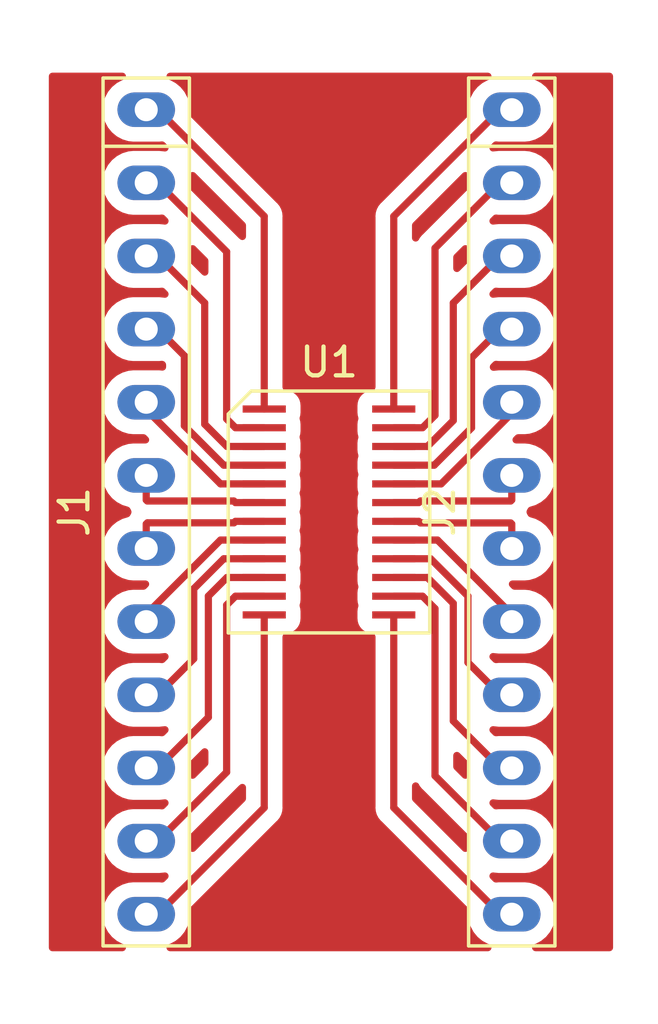
<source format=kicad_pcb>
(kicad_pcb (version 20171130) (host pcbnew 5.1.2)

  (general
    (thickness 1.6)
    (drawings 0)
    (tracks 104)
    (zones 0)
    (modules 3)
    (nets 25)
  )

  (page USLetter)
  (title_block
    (title "Breakout Board for TSSOP24")
  )

  (layers
    (0 F.Cu signal)
    (31 B.Cu signal)
    (32 B.Adhes user)
    (33 F.Adhes user)
    (34 B.Paste user)
    (35 F.Paste user)
    (36 B.SilkS user)
    (37 F.SilkS user)
    (38 B.Mask user)
    (39 F.Mask user)
    (40 Dwgs.User user)
    (41 Cmts.User user)
    (42 Eco1.User user)
    (43 Eco2.User user)
    (44 Edge.Cuts user)
    (45 Margin user)
    (46 B.CrtYd user)
    (47 F.CrtYd user)
    (48 B.Fab user)
    (49 F.Fab user)
  )

  (setup
    (last_trace_width 0.25)
    (user_trace_width 0.2)
    (trace_clearance 0.2)
    (zone_clearance 0.508)
    (zone_45_only no)
    (trace_min 0.2)
    (via_size 0.8)
    (via_drill 0.4)
    (via_min_size 0.4)
    (via_min_drill 0.3)
    (user_via 0.8 0.4)
    (uvia_size 0.3)
    (uvia_drill 0.1)
    (uvias_allowed no)
    (uvia_min_size 0.2)
    (uvia_min_drill 0.1)
    (edge_width 0.05)
    (segment_width 0.2)
    (pcb_text_width 0.3)
    (pcb_text_size 1.5 1.5)
    (mod_edge_width 0.12)
    (mod_text_size 1 1)
    (mod_text_width 0.15)
    (pad_size 1.524 1.524)
    (pad_drill 0.762)
    (pad_to_mask_clearance 0.051)
    (solder_mask_min_width 0.25)
    (aux_axis_origin 0 0)
    (visible_elements FFFFFF1F)
    (pcbplotparams
      (layerselection 0x00000_7fffffff)
      (usegerberextensions false)
      (usegerberattributes false)
      (usegerberadvancedattributes false)
      (creategerberjobfile false)
      (excludeedgelayer true)
      (linewidth 0.100000)
      (plotframeref false)
      (viasonmask false)
      (mode 1)
      (useauxorigin false)
      (hpglpennumber 1)
      (hpglpenspeed 20)
      (hpglpendiameter 15.000000)
      (psnegative true)
      (psa4output false)
      (plotreference true)
      (plotvalue true)
      (plotinvisibletext false)
      (padsonsilk false)
      (subtractmaskfromsilk false)
      (outputformat 4)
      (mirror true)
      (drillshape 2)
      (scaleselection 1)
      (outputdirectory ""))
  )

  (net 0 "")
  (net 1 "Net-(J1-Pad12)")
  (net 2 "Net-(J1-Pad11)")
  (net 3 "Net-(J1-Pad10)")
  (net 4 "Net-(J1-Pad9)")
  (net 5 "Net-(J1-Pad8)")
  (net 6 "Net-(J1-Pad7)")
  (net 7 "Net-(J1-Pad6)")
  (net 8 "Net-(J1-Pad5)")
  (net 9 "Net-(J1-Pad4)")
  (net 10 "Net-(J1-Pad3)")
  (net 11 "Net-(J1-Pad2)")
  (net 12 "Net-(J1-Pad1)")
  (net 13 "Net-(J2-Pad12)")
  (net 14 "Net-(J2-Pad11)")
  (net 15 "Net-(J2-Pad10)")
  (net 16 "Net-(J2-Pad9)")
  (net 17 "Net-(J2-Pad8)")
  (net 18 "Net-(J2-Pad7)")
  (net 19 "Net-(J2-Pad6)")
  (net 20 "Net-(J2-Pad5)")
  (net 21 "Net-(J2-Pad4)")
  (net 22 "Net-(J2-Pad3)")
  (net 23 "Net-(J2-Pad2)")
  (net 24 "Net-(J2-Pad1)")

  (net_class Default "This is the default net class."
    (clearance 0.2)
    (trace_width 0.25)
    (via_dia 0.8)
    (via_drill 0.4)
    (uvia_dia 0.3)
    (uvia_drill 0.1)
    (add_net "Net-(J1-Pad1)")
    (add_net "Net-(J1-Pad10)")
    (add_net "Net-(J1-Pad11)")
    (add_net "Net-(J1-Pad12)")
    (add_net "Net-(J1-Pad2)")
    (add_net "Net-(J1-Pad3)")
    (add_net "Net-(J1-Pad4)")
    (add_net "Net-(J1-Pad5)")
    (add_net "Net-(J1-Pad6)")
    (add_net "Net-(J1-Pad7)")
    (add_net "Net-(J1-Pad8)")
    (add_net "Net-(J1-Pad9)")
    (add_net "Net-(J2-Pad1)")
    (add_net "Net-(J2-Pad10)")
    (add_net "Net-(J2-Pad11)")
    (add_net "Net-(J2-Pad12)")
    (add_net "Net-(J2-Pad2)")
    (add_net "Net-(J2-Pad3)")
    (add_net "Net-(J2-Pad4)")
    (add_net "Net-(J2-Pad5)")
    (add_net "Net-(J2-Pad6)")
    (add_net "Net-(J2-Pad7)")
    (add_net "Net-(J2-Pad8)")
    (add_net "Net-(J2-Pad9)")
  )

  (module breakout_tssop24:SOIC-24 (layer F.Cu) (tedit 0) (tstamp 5D5C0BCB)
    (at 64.77 50.8 270)
    (path /5D5C2AF8)
    (attr smd)
    (fp_text reference U1 (at -5.2 0) (layer F.SilkS)
      (effects (font (size 1 1) (thickness 0.15)))
    )
    (fp_text value IC24 (at 5.334 0) (layer F.Fab)
      (effects (font (size 1 1) (thickness 0.15)))
    )
    (fp_line (start -3.95 3.25) (end -3.95 -3.25) (layer F.CrtYd) (width 0.05))
    (fp_line (start 3.95 3.25) (end -3.95 3.25) (layer F.CrtYd) (width 0.05))
    (fp_line (start 3.95 -3.25) (end 3.95 3.25) (layer F.CrtYd) (width 0.05))
    (fp_line (start -3.95 -3.25) (end 3.95 -3.25) (layer F.CrtYd) (width 0.05))
    (fp_line (start 4.2 3.5) (end -3.4 3.5) (layer F.SilkS) (width 0.12))
    (fp_line (start 4.2 -3.5) (end 4.2 3.5) (layer F.SilkS) (width 0.12))
    (fp_line (start -4.2 -3.5) (end 4.2 -3.5) (layer F.SilkS) (width 0.12))
    (fp_line (start -4.2 2.7) (end -4.2 -3.5) (layer F.SilkS) (width 0.12))
    (fp_line (start -3.4 3.5) (end -4.2 2.7) (layer F.SilkS) (width 0.12))
    (pad 12 smd rect (at 3.575 2.25 270) (size 0.25 1.5) (layers F.Cu F.Paste F.Mask)
      (net 1 "Net-(J1-Pad12)"))
    (pad 13 smd rect (at 3.575 -2.25 270) (size 0.25 1.5) (layers F.Cu F.Paste F.Mask)
      (net 13 "Net-(J2-Pad12)"))
    (pad 11 smd rect (at 2.925 2.25 270) (size 0.25 1.5) (layers F.Cu F.Paste F.Mask)
      (net 2 "Net-(J1-Pad11)"))
    (pad 14 smd rect (at 2.925 -2.25 270) (size 0.25 1.5) (layers F.Cu F.Paste F.Mask)
      (net 14 "Net-(J2-Pad11)"))
    (pad 10 smd rect (at 2.275 2.25 270) (size 0.25 1.5) (layers F.Cu F.Paste F.Mask)
      (net 3 "Net-(J1-Pad10)"))
    (pad 15 smd rect (at 2.275 -2.25 270) (size 0.25 1.5) (layers F.Cu F.Paste F.Mask)
      (net 15 "Net-(J2-Pad10)"))
    (pad 9 smd rect (at 1.625 2.25 270) (size 0.25 1.5) (layers F.Cu F.Paste F.Mask)
      (net 4 "Net-(J1-Pad9)"))
    (pad 16 smd rect (at 1.625 -2.25 270) (size 0.25 1.5) (layers F.Cu F.Paste F.Mask)
      (net 16 "Net-(J2-Pad9)"))
    (pad 8 smd rect (at 0.975 2.25 270) (size 0.25 1.5) (layers F.Cu F.Paste F.Mask)
      (net 5 "Net-(J1-Pad8)"))
    (pad 17 smd rect (at 0.975 -2.25 270) (size 0.25 1.5) (layers F.Cu F.Paste F.Mask)
      (net 17 "Net-(J2-Pad8)"))
    (pad 7 smd rect (at 0.325 2.25 270) (size 0.25 1.5) (layers F.Cu F.Paste F.Mask)
      (net 6 "Net-(J1-Pad7)"))
    (pad 18 smd rect (at 0.325 -2.25 270) (size 0.25 1.5) (layers F.Cu F.Paste F.Mask)
      (net 18 "Net-(J2-Pad7)"))
    (pad 6 smd rect (at -0.325 2.25 270) (size 0.25 1.5) (layers F.Cu F.Paste F.Mask)
      (net 7 "Net-(J1-Pad6)"))
    (pad 19 smd rect (at -0.325 -2.25 270) (size 0.25 1.5) (layers F.Cu F.Paste F.Mask)
      (net 19 "Net-(J2-Pad6)"))
    (pad 5 smd rect (at -0.975 2.25 270) (size 0.25 1.5) (layers F.Cu F.Paste F.Mask)
      (net 8 "Net-(J1-Pad5)"))
    (pad 20 smd rect (at -0.975 -2.25 270) (size 0.25 1.5) (layers F.Cu F.Paste F.Mask)
      (net 20 "Net-(J2-Pad5)"))
    (pad 4 smd rect (at -1.625 2.25 270) (size 0.25 1.5) (layers F.Cu F.Paste F.Mask)
      (net 9 "Net-(J1-Pad4)"))
    (pad 21 smd rect (at -1.625 -2.25 270) (size 0.25 1.5) (layers F.Cu F.Paste F.Mask)
      (net 21 "Net-(J2-Pad4)"))
    (pad 3 smd rect (at -2.275 2.25 270) (size 0.25 1.5) (layers F.Cu F.Paste F.Mask)
      (net 10 "Net-(J1-Pad3)"))
    (pad 22 smd rect (at -2.275 -2.25 270) (size 0.25 1.5) (layers F.Cu F.Paste F.Mask)
      (net 22 "Net-(J2-Pad3)"))
    (pad 2 smd rect (at -2.925 2.25 270) (size 0.25 1.5) (layers F.Cu F.Paste F.Mask)
      (net 11 "Net-(J1-Pad2)"))
    (pad 23 smd rect (at -2.925 -2.25 270) (size 0.25 1.5) (layers F.Cu F.Paste F.Mask)
      (net 23 "Net-(J2-Pad2)"))
    (pad 1 smd rect (at -3.575 2.25 270) (size 0.25 1.5) (layers F.Cu F.Paste F.Mask)
      (net 12 "Net-(J1-Pad1)"))
    (pad 24 smd rect (at -3.575 -2.25 270) (size 0.25 1.5) (layers F.Cu F.Paste F.Mask)
      (net 24 "Net-(J2-Pad1)"))
  )

  (module breakout_tssop24:SIP-12 (layer F.Cu) (tedit 0) (tstamp 5D5C0BA6)
    (at 71.12 50.8 270)
    (path /5D5E0AEE)
    (fp_text reference J2 (at 0 2.5 90) (layer F.SilkS)
      (effects (font (size 1 1) (thickness 0.15)))
    )
    (fp_text value Conn_01x12 (at 0 -2.5 90) (layer F.Fab)
      (effects (font (size 1 1) (thickness 0.15)))
    )
    (fp_line (start -14.82 1.25) (end -14.82 -1.25) (layer F.CrtYd) (width 0.05))
    (fp_line (start 14.82 1.25) (end -14.82 1.25) (layer F.CrtYd) (width 0.05))
    (fp_line (start 14.82 -1.25) (end 14.82 1.25) (layer F.CrtYd) (width 0.05))
    (fp_line (start -14.82 -1.25) (end 14.82 -1.25) (layer F.CrtYd) (width 0.05))
    (fp_line (start -12.7 -1.5) (end -12.7 1.5) (layer F.SilkS) (width 0.12))
    (fp_line (start -15.07 1.5) (end -15.07 -1.5) (layer F.SilkS) (width 0.12))
    (fp_line (start 15.07 1.5) (end -15.07 1.5) (layer F.SilkS) (width 0.12))
    (fp_line (start 15.07 -1.5) (end 15.07 1.5) (layer F.SilkS) (width 0.12))
    (fp_line (start -15.07 -1.5) (end 15.07 -1.5) (layer F.SilkS) (width 0.12))
    (pad 12 thru_hole oval (at 13.97 0 270) (size 1.2 2) (drill 0.8) (layers *.Cu *.Mask)
      (net 13 "Net-(J2-Pad12)"))
    (pad 11 thru_hole oval (at 11.43 0 270) (size 1.2 2) (drill 0.8) (layers *.Cu *.Mask)
      (net 14 "Net-(J2-Pad11)"))
    (pad 10 thru_hole oval (at 8.89 0 270) (size 1.2 2) (drill 0.8) (layers *.Cu *.Mask)
      (net 15 "Net-(J2-Pad10)"))
    (pad 9 thru_hole oval (at 6.35 0 270) (size 1.2 2) (drill 0.8) (layers *.Cu *.Mask)
      (net 16 "Net-(J2-Pad9)"))
    (pad 8 thru_hole oval (at 3.81 0 270) (size 1.2 2) (drill 0.8) (layers *.Cu *.Mask)
      (net 17 "Net-(J2-Pad8)"))
    (pad 7 thru_hole oval (at 1.27 0 270) (size 1.2 2) (drill 0.8) (layers *.Cu *.Mask)
      (net 18 "Net-(J2-Pad7)"))
    (pad 6 thru_hole oval (at -1.27 0 270) (size 1.2 2) (drill 0.8) (layers *.Cu *.Mask)
      (net 19 "Net-(J2-Pad6)"))
    (pad 5 thru_hole oval (at -3.81 0 270) (size 1.2 2) (drill 0.8) (layers *.Cu *.Mask)
      (net 20 "Net-(J2-Pad5)"))
    (pad 4 thru_hole oval (at -6.35 0 270) (size 1.2 2) (drill 0.8) (layers *.Cu *.Mask)
      (net 21 "Net-(J2-Pad4)"))
    (pad 3 thru_hole oval (at -8.89 0 270) (size 1.2 2) (drill 0.8) (layers *.Cu *.Mask)
      (net 22 "Net-(J2-Pad3)"))
    (pad 2 thru_hole oval (at -11.43 0 270) (size 1.2 2) (drill 0.8) (layers *.Cu *.Mask)
      (net 23 "Net-(J2-Pad2)"))
    (pad 1 thru_hole oval (at -13.97 0 270) (size 1.2 2) (drill 0.8) (layers *.Cu *.Mask)
      (net 24 "Net-(J2-Pad1)"))
  )

  (module breakout_tssop24:SIP-12 (layer F.Cu) (tedit 0) (tstamp 5D5C0B8D)
    (at 58.42 50.8 270)
    (path /5D5DE63D)
    (fp_text reference J1 (at 0 2.5 90) (layer F.SilkS)
      (effects (font (size 1 1) (thickness 0.15)))
    )
    (fp_text value Conn_01x12 (at 0 -2.5 90) (layer F.Fab)
      (effects (font (size 1 1) (thickness 0.15)))
    )
    (fp_line (start -14.82 1.25) (end -14.82 -1.25) (layer F.CrtYd) (width 0.05))
    (fp_line (start 14.82 1.25) (end -14.82 1.25) (layer F.CrtYd) (width 0.05))
    (fp_line (start 14.82 -1.25) (end 14.82 1.25) (layer F.CrtYd) (width 0.05))
    (fp_line (start -14.82 -1.25) (end 14.82 -1.25) (layer F.CrtYd) (width 0.05))
    (fp_line (start -12.7 -1.5) (end -12.7 1.5) (layer F.SilkS) (width 0.12))
    (fp_line (start -15.07 1.5) (end -15.07 -1.5) (layer F.SilkS) (width 0.12))
    (fp_line (start 15.07 1.5) (end -15.07 1.5) (layer F.SilkS) (width 0.12))
    (fp_line (start 15.07 -1.5) (end 15.07 1.5) (layer F.SilkS) (width 0.12))
    (fp_line (start -15.07 -1.5) (end 15.07 -1.5) (layer F.SilkS) (width 0.12))
    (pad 12 thru_hole oval (at 13.97 0 270) (size 1.2 2) (drill 0.8) (layers *.Cu *.Mask)
      (net 1 "Net-(J1-Pad12)"))
    (pad 11 thru_hole oval (at 11.43 0 270) (size 1.2 2) (drill 0.8) (layers *.Cu *.Mask)
      (net 2 "Net-(J1-Pad11)"))
    (pad 10 thru_hole oval (at 8.89 0 270) (size 1.2 2) (drill 0.8) (layers *.Cu *.Mask)
      (net 3 "Net-(J1-Pad10)"))
    (pad 9 thru_hole oval (at 6.35 0 270) (size 1.2 2) (drill 0.8) (layers *.Cu *.Mask)
      (net 4 "Net-(J1-Pad9)"))
    (pad 8 thru_hole oval (at 3.81 0 270) (size 1.2 2) (drill 0.8) (layers *.Cu *.Mask)
      (net 5 "Net-(J1-Pad8)"))
    (pad 7 thru_hole oval (at 1.27 0 270) (size 1.2 2) (drill 0.8) (layers *.Cu *.Mask)
      (net 6 "Net-(J1-Pad7)"))
    (pad 6 thru_hole oval (at -1.27 0 270) (size 1.2 2) (drill 0.8) (layers *.Cu *.Mask)
      (net 7 "Net-(J1-Pad6)"))
    (pad 5 thru_hole oval (at -3.81 0 270) (size 1.2 2) (drill 0.8) (layers *.Cu *.Mask)
      (net 8 "Net-(J1-Pad5)"))
    (pad 4 thru_hole oval (at -6.35 0 270) (size 1.2 2) (drill 0.8) (layers *.Cu *.Mask)
      (net 9 "Net-(J1-Pad4)"))
    (pad 3 thru_hole oval (at -8.89 0 270) (size 1.2 2) (drill 0.8) (layers *.Cu *.Mask)
      (net 10 "Net-(J1-Pad3)"))
    (pad 2 thru_hole oval (at -11.43 0 270) (size 1.2 2) (drill 0.8) (layers *.Cu *.Mask)
      (net 11 "Net-(J1-Pad2)"))
    (pad 1 thru_hole oval (at -13.97 0 270) (size 1.2 2) (drill 0.8) (layers *.Cu *.Mask)
      (net 12 "Net-(J1-Pad1)"))
  )

  (segment (start 58.82 64.77) (end 58.42 64.77) (width 0.25) (layer F.Cu) (net 1))
  (segment (start 62.52 61.07) (end 58.82 64.77) (width 0.25) (layer F.Cu) (net 1))
  (segment (start 62.52 54.375) (end 62.52 61.07) (width 0.25) (layer F.Cu) (net 1))
  (segment (start 61.52 53.725) (end 61.214 54.031) (width 0.25) (layer F.Cu) (net 2))
  (segment (start 62.52 53.725) (end 61.52 53.725) (width 0.25) (layer F.Cu) (net 2))
  (segment (start 58.82 62.23) (end 58.42 62.23) (width 0.25) (layer F.Cu) (net 2))
  (segment (start 61.214 59.836) (end 58.82 62.23) (width 0.25) (layer F.Cu) (net 2))
  (segment (start 61.214 54.031) (end 61.214 59.836) (width 0.25) (layer F.Cu) (net 2))
  (segment (start 62.52 53.075) (end 61.225 53.075) (width 0.25) (layer F.Cu) (net 3))
  (segment (start 61.225 53.075) (end 60.579 53.721) (width 0.25) (layer F.Cu) (net 3))
  (segment (start 58.82 59.69) (end 58.42 59.69) (width 0.25) (layer F.Cu) (net 3))
  (segment (start 60.579 57.931) (end 58.82 59.69) (width 0.25) (layer F.Cu) (net 3))
  (segment (start 60.579 53.721) (end 60.579 57.931) (width 0.25) (layer F.Cu) (net 3))
  (segment (start 62.52 52.425) (end 61.113 52.425) (width 0.25) (layer F.Cu) (net 4))
  (segment (start 61.113 52.425) (end 60.071 53.467) (width 0.25) (layer F.Cu) (net 4))
  (segment (start 58.82 57.15) (end 58.42 57.15) (width 0.25) (layer F.Cu) (net 4))
  (segment (start 60.071 55.899) (end 58.82 57.15) (width 0.25) (layer F.Cu) (net 4))
  (segment (start 60.071 53.467) (end 60.071 55.899) (width 0.25) (layer F.Cu) (net 4))
  (segment (start 62.52 51.775) (end 61.001 51.775) (width 0.25) (layer F.Cu) (net 5))
  (segment (start 58.42 54.356) (end 58.42 54.61) (width 0.25) (layer F.Cu) (net 5))
  (segment (start 61.001 51.775) (end 58.42 54.356) (width 0.25) (layer F.Cu) (net 5))
  (segment (start 58.463 51.177) (end 58.42 51.22) (width 0.25) (layer F.Cu) (net 6))
  (segment (start 58.42 51.22) (end 58.42 52.07) (width 0.25) (layer F.Cu) (net 6))
  (segment (start 61.52 51.125) (end 61.468 51.177) (width 0.25) (layer F.Cu) (net 6))
  (segment (start 61.468 51.177) (end 58.463 51.177) (width 0.25) (layer F.Cu) (net 6))
  (segment (start 62.52 51.125) (end 61.52 51.125) (width 0.25) (layer F.Cu) (net 6))
  (segment (start 61.464 50.419) (end 58.459 50.419) (width 0.25) (layer F.Cu) (net 7))
  (segment (start 58.42 50.38) (end 58.42 49.53) (width 0.25) (layer F.Cu) (net 7))
  (segment (start 58.459 50.419) (end 58.42 50.38) (width 0.25) (layer F.Cu) (net 7))
  (segment (start 61.52 50.475) (end 61.464 50.419) (width 0.25) (layer F.Cu) (net 7))
  (segment (start 62.52 50.475) (end 61.52 50.475) (width 0.25) (layer F.Cu) (net 7))
  (segment (start 62.52 49.825) (end 61.001 49.825) (width 0.25) (layer F.Cu) (net 8))
  (segment (start 58.42 47.244) (end 58.42 46.99) (width 0.25) (layer F.Cu) (net 8))
  (segment (start 61.001 49.825) (end 58.42 47.244) (width 0.25) (layer F.Cu) (net 8))
  (segment (start 62.52 49.175) (end 61.113 49.175) (width 0.25) (layer F.Cu) (net 9))
  (segment (start 58.82 44.45) (end 58.42 44.45) (width 0.25) (layer F.Cu) (net 9))
  (segment (start 59.74501 47.80701) (end 59.74501 45.37501) (width 0.25) (layer F.Cu) (net 9))
  (segment (start 59.74501 45.37501) (end 58.82 44.45) (width 0.25) (layer F.Cu) (net 9))
  (segment (start 61.113 49.175) (end 59.74501 47.80701) (width 0.25) (layer F.Cu) (net 9))
  (segment (start 62.52 48.525) (end 61.225 48.525) (width 0.25) (layer F.Cu) (net 10))
  (segment (start 61.225 48.525) (end 60.452 47.752) (width 0.25) (layer F.Cu) (net 10))
  (segment (start 60.452 43.542) (end 58.82 41.91) (width 0.25) (layer F.Cu) (net 10))
  (segment (start 58.82 41.91) (end 58.42 41.91) (width 0.25) (layer F.Cu) (net 10))
  (segment (start 60.452 47.752) (end 60.452 43.542) (width 0.25) (layer F.Cu) (net 10))
  (segment (start 61.52 47.875) (end 61.214 47.569) (width 0.25) (layer F.Cu) (net 11))
  (segment (start 62.52 47.875) (end 61.52 47.875) (width 0.25) (layer F.Cu) (net 11))
  (segment (start 58.82 39.37) (end 58.42 39.37) (width 0.25) (layer F.Cu) (net 11))
  (segment (start 61.214 41.764) (end 58.82 39.37) (width 0.25) (layer F.Cu) (net 11))
  (segment (start 61.214 47.569) (end 61.214 41.764) (width 0.25) (layer F.Cu) (net 11))
  (segment (start 58.82 36.83) (end 58.42 36.83) (width 0.25) (layer F.Cu) (net 12))
  (segment (start 62.52 40.53) (end 58.82 36.83) (width 0.25) (layer F.Cu) (net 12))
  (segment (start 62.52 47.225) (end 62.52 40.53) (width 0.25) (layer F.Cu) (net 12))
  (segment (start 67.02 61.07) (end 70.72 64.77) (width 0.25) (layer F.Cu) (net 13))
  (segment (start 70.72 64.77) (end 71.12 64.77) (width 0.25) (layer F.Cu) (net 13))
  (segment (start 67.02 54.375) (end 67.02 61.07) (width 0.25) (layer F.Cu) (net 13))
  (segment (start 68.02 53.725) (end 68.453 54.158) (width 0.25) (layer F.Cu) (net 14))
  (segment (start 67.02 53.725) (end 68.02 53.725) (width 0.25) (layer F.Cu) (net 14))
  (segment (start 70.72 62.23) (end 71.12 62.23) (width 0.25) (layer F.Cu) (net 14))
  (segment (start 68.453 59.963) (end 70.72 62.23) (width 0.25) (layer F.Cu) (net 14))
  (segment (start 68.453 54.158) (end 68.453 59.963) (width 0.25) (layer F.Cu) (net 14))
  (segment (start 67.02 53.075) (end 68.188 53.075) (width 0.25) (layer F.Cu) (net 15))
  (segment (start 68.188 53.075) (end 69.088 53.975) (width 0.25) (layer F.Cu) (net 15))
  (segment (start 70.72 59.69) (end 71.12 59.69) (width 0.25) (layer F.Cu) (net 15))
  (segment (start 69.088 58.058) (end 70.72 59.69) (width 0.25) (layer F.Cu) (net 15))
  (segment (start 69.088 53.975) (end 69.088 58.058) (width 0.25) (layer F.Cu) (net 15))
  (segment (start 67.02 52.425) (end 68.3 52.425) (width 0.25) (layer F.Cu) (net 16))
  (segment (start 68.3 52.425) (end 69.596 53.721) (width 0.25) (layer F.Cu) (net 16))
  (segment (start 70.72 57.15) (end 71.12 57.15) (width 0.25) (layer F.Cu) (net 16))
  (segment (start 69.596 56.026) (end 70.72 57.15) (width 0.25) (layer F.Cu) (net 16))
  (segment (start 69.596 53.721) (end 69.596 56.026) (width 0.25) (layer F.Cu) (net 16))
  (segment (start 67.02 51.775) (end 68.539 51.775) (width 0.25) (layer F.Cu) (net 17))
  (segment (start 71.12 54.356) (end 71.12 54.61) (width 0.25) (layer F.Cu) (net 17))
  (segment (start 68.539 51.775) (end 71.12 54.356) (width 0.25) (layer F.Cu) (net 17))
  (segment (start 67.945 51.181) (end 71.081 51.181) (width 0.25) (layer F.Cu) (net 18))
  (segment (start 71.12 51.22) (end 71.12 52.07) (width 0.25) (layer F.Cu) (net 18))
  (segment (start 71.081 51.181) (end 71.12 51.22) (width 0.25) (layer F.Cu) (net 18))
  (segment (start 67.889 51.125) (end 67.945 51.181) (width 0.25) (layer F.Cu) (net 18))
  (segment (start 67.02 51.125) (end 67.889 51.125) (width 0.25) (layer F.Cu) (net 18))
  (segment (start 71.12 50.38) (end 71.12 49.53) (width 0.25) (layer F.Cu) (net 19))
  (segment (start 71.081 50.419) (end 71.12 50.38) (width 0.25) (layer F.Cu) (net 19))
  (segment (start 67.945 50.419) (end 71.081 50.419) (width 0.25) (layer F.Cu) (net 19))
  (segment (start 67.889 50.475) (end 67.945 50.419) (width 0.25) (layer F.Cu) (net 19))
  (segment (start 67.02 50.475) (end 67.889 50.475) (width 0.25) (layer F.Cu) (net 19))
  (segment (start 67.02 49.825) (end 68.666 49.825) (width 0.25) (layer F.Cu) (net 20))
  (segment (start 71.12 47.371) (end 71.12 46.99) (width 0.25) (layer F.Cu) (net 20))
  (segment (start 68.666 49.825) (end 71.12 47.371) (width 0.25) (layer F.Cu) (net 20))
  (segment (start 67.02 49.175) (end 68.427 49.175) (width 0.25) (layer F.Cu) (net 21))
  (segment (start 68.427 49.175) (end 69.723 47.879) (width 0.25) (layer F.Cu) (net 21))
  (segment (start 70.72 44.45) (end 71.12 44.45) (width 0.25) (layer F.Cu) (net 21))
  (segment (start 69.723 45.447) (end 70.72 44.45) (width 0.25) (layer F.Cu) (net 21))
  (segment (start 69.723 47.879) (end 69.723 45.447) (width 0.25) (layer F.Cu) (net 21))
  (segment (start 67.02 48.525) (end 68.188 48.525) (width 0.25) (layer F.Cu) (net 22))
  (segment (start 68.188 48.525) (end 69.088 47.625) (width 0.25) (layer F.Cu) (net 22))
  (segment (start 70.72 41.91) (end 71.12 41.91) (width 0.25) (layer F.Cu) (net 22))
  (segment (start 69.088 43.542) (end 70.72 41.91) (width 0.25) (layer F.Cu) (net 22))
  (segment (start 69.088 47.625) (end 69.088 43.542) (width 0.25) (layer F.Cu) (net 22))
  (segment (start 68.02 47.875) (end 68.453 47.442) (width 0.25) (layer F.Cu) (net 23))
  (segment (start 67.02 47.875) (end 68.02 47.875) (width 0.25) (layer F.Cu) (net 23))
  (segment (start 70.72 39.37) (end 71.12 39.37) (width 0.25) (layer F.Cu) (net 23))
  (segment (start 68.453 41.637) (end 70.72 39.37) (width 0.25) (layer F.Cu) (net 23))
  (segment (start 68.453 47.442) (end 68.453 41.637) (width 0.25) (layer F.Cu) (net 23))
  (segment (start 70.72 36.83) (end 71.12 36.83) (width 0.25) (layer F.Cu) (net 24))
  (segment (start 67.02 40.53) (end 70.72 36.83) (width 0.25) (layer F.Cu) (net 24))
  (segment (start 67.02 47.225) (end 67.02 40.53) (width 0.25) (layer F.Cu) (net 24))

  (zone (net 0) (net_name "") (layer F.Cu) (tstamp 0) (hatch edge 0.508)
    (connect_pads (clearance 0.508))
    (min_thickness 0.254)
    (fill yes (arc_segments 32) (thermal_gap 0.508) (thermal_bridge_width 0.508))
    (polygon
      (pts
        (xy 53.34 33.02) (xy 76.2 33.02) (xy 76.2 68.58) (xy 53.34 68.58)
      )
    )
    (filled_polygon
      (pts
        (xy 74.5125 65.930001) (xy 71.950431 65.930001) (xy 71.994901 65.916511) (xy 72.209449 65.801833) (xy 72.397502 65.647502)
        (xy 72.551833 65.459449) (xy 72.666511 65.244901) (xy 72.73713 65.012102) (xy 72.760975 64.77) (xy 72.73713 64.527898)
        (xy 72.666511 64.295099) (xy 72.551833 64.080551) (xy 72.397502 63.892498) (xy 72.209449 63.738167) (xy 71.994901 63.623489)
        (xy 71.762102 63.55287) (xy 71.580665 63.535) (xy 70.659335 63.535) (xy 70.568726 63.543924) (xy 70.469334 63.444532)
        (xy 70.477898 63.44713) (xy 70.659335 63.465) (xy 71.580665 63.465) (xy 71.762102 63.44713) (xy 71.994901 63.376511)
        (xy 72.209449 63.261833) (xy 72.397502 63.107502) (xy 72.551833 62.919449) (xy 72.666511 62.704901) (xy 72.73713 62.472102)
        (xy 72.760975 62.23) (xy 72.73713 61.987898) (xy 72.666511 61.755099) (xy 72.551833 61.540551) (xy 72.397502 61.352498)
        (xy 72.209449 61.198167) (xy 71.994901 61.083489) (xy 71.762102 61.01287) (xy 71.580665 60.995) (xy 70.659335 60.995)
        (xy 70.568726 61.003924) (xy 70.469334 60.904532) (xy 70.477898 60.90713) (xy 70.659335 60.925) (xy 71.580665 60.925)
        (xy 71.762102 60.90713) (xy 71.994901 60.836511) (xy 72.209449 60.721833) (xy 72.397502 60.567502) (xy 72.551833 60.379449)
        (xy 72.666511 60.164901) (xy 72.73713 59.932102) (xy 72.760975 59.69) (xy 72.73713 59.447898) (xy 72.666511 59.215099)
        (xy 72.551833 59.000551) (xy 72.397502 58.812498) (xy 72.209449 58.658167) (xy 71.994901 58.543489) (xy 71.762102 58.47287)
        (xy 71.580665 58.455) (xy 70.659335 58.455) (xy 70.568726 58.463924) (xy 70.469333 58.364532) (xy 70.477898 58.36713)
        (xy 70.659335 58.385) (xy 71.580665 58.385) (xy 71.762102 58.36713) (xy 71.994901 58.296511) (xy 72.209449 58.181833)
        (xy 72.397502 58.027502) (xy 72.551833 57.839449) (xy 72.666511 57.624901) (xy 72.73713 57.392102) (xy 72.760975 57.15)
        (xy 72.73713 56.907898) (xy 72.666511 56.675099) (xy 72.551833 56.460551) (xy 72.397502 56.272498) (xy 72.209449 56.118167)
        (xy 71.994901 56.003489) (xy 71.762102 55.93287) (xy 71.580665 55.915) (xy 70.659335 55.915) (xy 70.568726 55.923924)
        (xy 70.469333 55.824532) (xy 70.477898 55.82713) (xy 70.659335 55.845) (xy 71.580665 55.845) (xy 71.762102 55.82713)
        (xy 71.994901 55.756511) (xy 72.209449 55.641833) (xy 72.397502 55.487502) (xy 72.551833 55.299449) (xy 72.666511 55.084901)
        (xy 72.73713 54.852102) (xy 72.760975 54.61) (xy 72.73713 54.367898) (xy 72.666511 54.135099) (xy 72.551833 53.920551)
        (xy 72.397502 53.732498) (xy 72.209449 53.578167) (xy 71.994901 53.463489) (xy 71.762102 53.39287) (xy 71.580665 53.375)
        (xy 71.213802 53.375) (xy 71.143802 53.305) (xy 71.580665 53.305) (xy 71.762102 53.28713) (xy 71.994901 53.216511)
        (xy 72.209449 53.101833) (xy 72.397502 52.947502) (xy 72.551833 52.759449) (xy 72.666511 52.544901) (xy 72.73713 52.312102)
        (xy 72.760975 52.07) (xy 72.73713 51.827898) (xy 72.666511 51.595099) (xy 72.551833 51.380551) (xy 72.397502 51.192498)
        (xy 72.209449 51.038167) (xy 71.994901 50.923489) (xy 71.790051 50.861348) (xy 71.75726 50.8) (xy 71.790051 50.738652)
        (xy 71.994901 50.676511) (xy 72.209449 50.561833) (xy 72.397502 50.407502) (xy 72.551833 50.219449) (xy 72.666511 50.004901)
        (xy 72.73713 49.772102) (xy 72.760975 49.53) (xy 72.73713 49.287898) (xy 72.666511 49.055099) (xy 72.551833 48.840551)
        (xy 72.397502 48.652498) (xy 72.209449 48.498167) (xy 71.994901 48.383489) (xy 71.762102 48.31287) (xy 71.580665 48.295)
        (xy 71.270802 48.295) (xy 71.340802 48.225) (xy 71.580665 48.225) (xy 71.762102 48.20713) (xy 71.994901 48.136511)
        (xy 72.209449 48.021833) (xy 72.397502 47.867502) (xy 72.551833 47.679449) (xy 72.666511 47.464901) (xy 72.73713 47.232102)
        (xy 72.760975 46.99) (xy 72.73713 46.747898) (xy 72.666511 46.515099) (xy 72.551833 46.300551) (xy 72.397502 46.112498)
        (xy 72.209449 45.958167) (xy 71.994901 45.843489) (xy 71.762102 45.77287) (xy 71.580665 45.755) (xy 70.659335 45.755)
        (xy 70.483 45.772367) (xy 70.483 45.761801) (xy 70.568726 45.676076) (xy 70.659335 45.685) (xy 71.580665 45.685)
        (xy 71.762102 45.66713) (xy 71.994901 45.596511) (xy 72.209449 45.481833) (xy 72.397502 45.327502) (xy 72.551833 45.139449)
        (xy 72.666511 44.924901) (xy 72.73713 44.692102) (xy 72.760975 44.45) (xy 72.73713 44.207898) (xy 72.666511 43.975099)
        (xy 72.551833 43.760551) (xy 72.397502 43.572498) (xy 72.209449 43.418167) (xy 71.994901 43.303489) (xy 71.762102 43.23287)
        (xy 71.580665 43.215) (xy 70.659335 43.215) (xy 70.477898 43.23287) (xy 70.469333 43.235468) (xy 70.568726 43.136076)
        (xy 70.659335 43.145) (xy 71.580665 43.145) (xy 71.762102 43.12713) (xy 71.994901 43.056511) (xy 72.209449 42.941833)
        (xy 72.397502 42.787502) (xy 72.551833 42.599449) (xy 72.666511 42.384901) (xy 72.73713 42.152102) (xy 72.760975 41.91)
        (xy 72.73713 41.667898) (xy 72.666511 41.435099) (xy 72.551833 41.220551) (xy 72.397502 41.032498) (xy 72.209449 40.878167)
        (xy 71.994901 40.763489) (xy 71.762102 40.69287) (xy 71.580665 40.675) (xy 70.659335 40.675) (xy 70.477898 40.69287)
        (xy 70.469334 40.695468) (xy 70.568726 40.596076) (xy 70.659335 40.605) (xy 71.580665 40.605) (xy 71.762102 40.58713)
        (xy 71.994901 40.516511) (xy 72.209449 40.401833) (xy 72.397502 40.247502) (xy 72.551833 40.059449) (xy 72.666511 39.844901)
        (xy 72.73713 39.612102) (xy 72.760975 39.37) (xy 72.73713 39.127898) (xy 72.666511 38.895099) (xy 72.551833 38.680551)
        (xy 72.397502 38.492498) (xy 72.209449 38.338167) (xy 71.994901 38.223489) (xy 71.762102 38.15287) (xy 71.580665 38.135)
        (xy 70.659335 38.135) (xy 70.477898 38.15287) (xy 70.469334 38.155468) (xy 70.568726 38.056076) (xy 70.659335 38.065)
        (xy 71.580665 38.065) (xy 71.762102 38.04713) (xy 71.994901 37.976511) (xy 72.209449 37.861833) (xy 72.397502 37.707502)
        (xy 72.551833 37.519449) (xy 72.666511 37.304901) (xy 72.73713 37.072102) (xy 72.760975 36.83) (xy 72.73713 36.587898)
        (xy 72.666511 36.355099) (xy 72.551833 36.140551) (xy 72.397502 35.952498) (xy 72.209449 35.798167) (xy 71.994901 35.683489)
        (xy 71.950431 35.669999) (xy 74.5125 35.669999)
      )
    )
    (filled_polygon
      (pts
        (xy 70.245099 35.683489) (xy 70.030551 35.798167) (xy 69.842498 35.952498) (xy 69.688167 36.140551) (xy 69.573489 36.355099)
        (xy 69.50287 36.587898) (xy 69.479025 36.83) (xy 69.493924 36.981274) (xy 66.508998 39.966201) (xy 66.48 39.989999)
        (xy 66.456202 40.018997) (xy 66.456201 40.018998) (xy 66.385026 40.105724) (xy 66.314454 40.237754) (xy 66.28418 40.337558)
        (xy 66.270998 40.381014) (xy 66.260001 40.492667) (xy 66.256324 40.53) (xy 66.260001 40.567332) (xy 66.26 46.462913)
        (xy 66.145518 46.474188) (xy 66.02582 46.510498) (xy 65.915506 46.569463) (xy 65.818815 46.648815) (xy 65.739463 46.745506)
        (xy 65.680498 46.85582) (xy 65.644188 46.975518) (xy 65.631928 47.1) (xy 65.631928 47.35) (xy 65.644188 47.474482)
        (xy 65.667096 47.55) (xy 65.644188 47.625518) (xy 65.631928 47.75) (xy 65.631928 48) (xy 65.644188 48.124482)
        (xy 65.667096 48.2) (xy 65.644188 48.275518) (xy 65.631928 48.4) (xy 65.631928 48.65) (xy 65.644188 48.774482)
        (xy 65.667096 48.85) (xy 65.644188 48.925518) (xy 65.631928 49.05) (xy 65.631928 49.3) (xy 65.644188 49.424482)
        (xy 65.667096 49.5) (xy 65.644188 49.575518) (xy 65.631928 49.7) (xy 65.631928 49.95) (xy 65.644188 50.074482)
        (xy 65.667096 50.15) (xy 65.644188 50.225518) (xy 65.631928 50.35) (xy 65.631928 50.6) (xy 65.644188 50.724482)
        (xy 65.667096 50.8) (xy 65.644188 50.875518) (xy 65.631928 51) (xy 65.631928 51.25) (xy 65.644188 51.374482)
        (xy 65.667096 51.45) (xy 65.644188 51.525518) (xy 65.631928 51.65) (xy 65.631928 51.9) (xy 65.644188 52.024482)
        (xy 65.667096 52.1) (xy 65.644188 52.175518) (xy 65.631928 52.3) (xy 65.631928 52.55) (xy 65.644188 52.674482)
        (xy 65.667096 52.75) (xy 65.644188 52.825518) (xy 65.631928 52.95) (xy 65.631928 53.2) (xy 65.644188 53.324482)
        (xy 65.667096 53.4) (xy 65.644188 53.475518) (xy 65.631928 53.6) (xy 65.631928 53.85) (xy 65.644188 53.974482)
        (xy 65.667096 54.05) (xy 65.644188 54.125518) (xy 65.631928 54.25) (xy 65.631928 54.5) (xy 65.644188 54.624482)
        (xy 65.680498 54.74418) (xy 65.739463 54.854494) (xy 65.818815 54.951185) (xy 65.915506 55.030537) (xy 66.02582 55.089502)
        (xy 66.145518 55.125812) (xy 66.26 55.137087) (xy 66.260001 61.032668) (xy 66.256324 61.07) (xy 66.260001 61.107333)
        (xy 66.270998 61.218986) (xy 66.28418 61.262442) (xy 66.314454 61.362246) (xy 66.385026 61.494276) (xy 66.456201 61.581002)
        (xy 66.48 61.610001) (xy 66.508998 61.633799) (xy 69.493924 64.618726) (xy 69.479025 64.77) (xy 69.50287 65.012102)
        (xy 69.573489 65.244901) (xy 69.688167 65.459449) (xy 69.842498 65.647502) (xy 70.030551 65.801833) (xy 70.245099 65.916511)
        (xy 70.289569 65.930001) (xy 59.250431 65.930001) (xy 59.294901 65.916511) (xy 59.509449 65.801833) (xy 59.697502 65.647502)
        (xy 59.851833 65.459449) (xy 59.966511 65.244901) (xy 60.03713 65.012102) (xy 60.060975 64.77) (xy 60.046076 64.618725)
        (xy 63.031003 61.633799) (xy 63.060001 61.610001) (xy 63.154974 61.494276) (xy 63.225546 61.362247) (xy 63.269003 61.218986)
        (xy 63.28 61.107333) (xy 63.28 61.107324) (xy 63.283676 61.070001) (xy 63.28 61.032678) (xy 63.28 55.137087)
        (xy 63.394482 55.125812) (xy 63.51418 55.089502) (xy 63.624494 55.030537) (xy 63.721185 54.951185) (xy 63.800537 54.854494)
        (xy 63.859502 54.74418) (xy 63.895812 54.624482) (xy 63.908072 54.5) (xy 63.908072 54.25) (xy 63.895812 54.125518)
        (xy 63.872904 54.05) (xy 63.895812 53.974482) (xy 63.908072 53.85) (xy 63.908072 53.6) (xy 63.895812 53.475518)
        (xy 63.872904 53.4) (xy 63.895812 53.324482) (xy 63.908072 53.2) (xy 63.908072 52.95) (xy 63.895812 52.825518)
        (xy 63.872904 52.75) (xy 63.895812 52.674482) (xy 63.908072 52.55) (xy 63.908072 52.3) (xy 63.895812 52.175518)
        (xy 63.872904 52.1) (xy 63.895812 52.024482) (xy 63.908072 51.9) (xy 63.908072 51.65) (xy 63.895812 51.525518)
        (xy 63.872904 51.45) (xy 63.895812 51.374482) (xy 63.908072 51.25) (xy 63.908072 51) (xy 63.895812 50.875518)
        (xy 63.872904 50.8) (xy 63.895812 50.724482) (xy 63.908072 50.6) (xy 63.908072 50.35) (xy 63.895812 50.225518)
        (xy 63.872904 50.15) (xy 63.895812 50.074482) (xy 63.908072 49.95) (xy 63.908072 49.7) (xy 63.895812 49.575518)
        (xy 63.872904 49.5) (xy 63.895812 49.424482) (xy 63.908072 49.3) (xy 63.908072 49.05) (xy 63.895812 48.925518)
        (xy 63.872904 48.85) (xy 63.895812 48.774482) (xy 63.908072 48.65) (xy 63.908072 48.4) (xy 63.895812 48.275518)
        (xy 63.872904 48.2) (xy 63.895812 48.124482) (xy 63.908072 48) (xy 63.908072 47.75) (xy 63.895812 47.625518)
        (xy 63.872904 47.55) (xy 63.895812 47.474482) (xy 63.908072 47.35) (xy 63.908072 47.1) (xy 63.895812 46.975518)
        (xy 63.859502 46.85582) (xy 63.800537 46.745506) (xy 63.721185 46.648815) (xy 63.624494 46.569463) (xy 63.51418 46.510498)
        (xy 63.394482 46.474188) (xy 63.28 46.462913) (xy 63.28 40.567322) (xy 63.283676 40.529999) (xy 63.28 40.492676)
        (xy 63.28 40.492667) (xy 63.269003 40.381014) (xy 63.225546 40.237753) (xy 63.154974 40.105724) (xy 63.060001 39.989999)
        (xy 63.031003 39.966201) (xy 60.046076 36.981275) (xy 60.060975 36.83) (xy 60.03713 36.587898) (xy 59.966511 36.355099)
        (xy 59.851833 36.140551) (xy 59.697502 35.952498) (xy 59.509449 35.798167) (xy 59.294901 35.683489) (xy 59.250431 35.669999)
        (xy 70.289569 35.669999)
      )
    )
    (filled_polygon
      (pts
        (xy 57.589569 35.669999) (xy 57.545099 35.683489) (xy 57.330551 35.798167) (xy 57.142498 35.952498) (xy 56.988167 36.140551)
        (xy 56.873489 36.355099) (xy 56.80287 36.587898) (xy 56.779025 36.83) (xy 56.80287 37.072102) (xy 56.873489 37.304901)
        (xy 56.988167 37.519449) (xy 57.142498 37.707502) (xy 57.330551 37.861833) (xy 57.545099 37.976511) (xy 57.777898 38.04713)
        (xy 57.959335 38.065) (xy 58.880665 38.065) (xy 58.971275 38.056076) (xy 59.070667 38.155468) (xy 59.062102 38.15287)
        (xy 58.880665 38.135) (xy 57.959335 38.135) (xy 57.777898 38.15287) (xy 57.545099 38.223489) (xy 57.330551 38.338167)
        (xy 57.142498 38.492498) (xy 56.988167 38.680551) (xy 56.873489 38.895099) (xy 56.80287 39.127898) (xy 56.779025 39.37)
        (xy 56.80287 39.612102) (xy 56.873489 39.844901) (xy 56.988167 40.059449) (xy 57.142498 40.247502) (xy 57.330551 40.401833)
        (xy 57.545099 40.516511) (xy 57.777898 40.58713) (xy 57.959335 40.605) (xy 58.880665 40.605) (xy 58.971274 40.596076)
        (xy 59.070667 40.695468) (xy 59.062102 40.69287) (xy 58.880665 40.675) (xy 57.959335 40.675) (xy 57.777898 40.69287)
        (xy 57.545099 40.763489) (xy 57.330551 40.878167) (xy 57.142498 41.032498) (xy 56.988167 41.220551) (xy 56.873489 41.435099)
        (xy 56.80287 41.667898) (xy 56.779025 41.91) (xy 56.80287 42.152102) (xy 56.873489 42.384901) (xy 56.988167 42.599449)
        (xy 57.142498 42.787502) (xy 57.330551 42.941833) (xy 57.545099 43.056511) (xy 57.777898 43.12713) (xy 57.959335 43.145)
        (xy 58.880665 43.145) (xy 58.971274 43.136076) (xy 59.070667 43.235468) (xy 59.062102 43.23287) (xy 58.880665 43.215)
        (xy 57.959335 43.215) (xy 57.777898 43.23287) (xy 57.545099 43.303489) (xy 57.330551 43.418167) (xy 57.142498 43.572498)
        (xy 56.988167 43.760551) (xy 56.873489 43.975099) (xy 56.80287 44.207898) (xy 56.779025 44.45) (xy 56.80287 44.692102)
        (xy 56.873489 44.924901) (xy 56.988167 45.139449) (xy 57.142498 45.327502) (xy 57.330551 45.481833) (xy 57.545099 45.596511)
        (xy 57.777898 45.66713) (xy 57.959335 45.685) (xy 58.880665 45.685) (xy 58.971274 45.676076) (xy 58.985011 45.689813)
        (xy 58.985011 45.765277) (xy 58.880665 45.755) (xy 57.959335 45.755) (xy 57.777898 45.77287) (xy 57.545099 45.843489)
        (xy 57.330551 45.958167) (xy 57.142498 46.112498) (xy 56.988167 46.300551) (xy 56.873489 46.515099) (xy 56.80287 46.747898)
        (xy 56.779025 46.99) (xy 56.80287 47.232102) (xy 56.873489 47.464901) (xy 56.988167 47.679449) (xy 57.142498 47.867502)
        (xy 57.330551 48.021833) (xy 57.545099 48.136511) (xy 57.777898 48.20713) (xy 57.959335 48.225) (xy 58.326199 48.225)
        (xy 58.396199 48.295) (xy 57.959335 48.295) (xy 57.777898 48.31287) (xy 57.545099 48.383489) (xy 57.330551 48.498167)
        (xy 57.142498 48.652498) (xy 56.988167 48.840551) (xy 56.873489 49.055099) (xy 56.80287 49.287898) (xy 56.779025 49.53)
        (xy 56.80287 49.772102) (xy 56.873489 50.004901) (xy 56.988167 50.219449) (xy 57.142498 50.407502) (xy 57.330551 50.561833)
        (xy 57.545099 50.676511) (xy 57.749949 50.738652) (xy 57.78274 50.8) (xy 57.749949 50.861348) (xy 57.545099 50.923489)
        (xy 57.330551 51.038167) (xy 57.142498 51.192498) (xy 56.988167 51.380551) (xy 56.873489 51.595099) (xy 56.80287 51.827898)
        (xy 56.779025 52.07) (xy 56.80287 52.312102) (xy 56.873489 52.544901) (xy 56.988167 52.759449) (xy 57.142498 52.947502)
        (xy 57.330551 53.101833) (xy 57.545099 53.216511) (xy 57.777898 53.28713) (xy 57.959335 53.305) (xy 58.396199 53.305)
        (xy 58.326199 53.375) (xy 57.959335 53.375) (xy 57.777898 53.39287) (xy 57.545099 53.463489) (xy 57.330551 53.578167)
        (xy 57.142498 53.732498) (xy 56.988167 53.920551) (xy 56.873489 54.135099) (xy 56.80287 54.367898) (xy 56.779025 54.61)
        (xy 56.80287 54.852102) (xy 56.873489 55.084901) (xy 56.988167 55.299449) (xy 57.142498 55.487502) (xy 57.330551 55.641833)
        (xy 57.545099 55.756511) (xy 57.777898 55.82713) (xy 57.959335 55.845) (xy 58.880665 55.845) (xy 59.062102 55.82713)
        (xy 59.070666 55.824532) (xy 58.971274 55.923924) (xy 58.880665 55.915) (xy 57.959335 55.915) (xy 57.777898 55.93287)
        (xy 57.545099 56.003489) (xy 57.330551 56.118167) (xy 57.142498 56.272498) (xy 56.988167 56.460551) (xy 56.873489 56.675099)
        (xy 56.80287 56.907898) (xy 56.779025 57.15) (xy 56.80287 57.392102) (xy 56.873489 57.624901) (xy 56.988167 57.839449)
        (xy 57.142498 58.027502) (xy 57.330551 58.181833) (xy 57.545099 58.296511) (xy 57.777898 58.36713) (xy 57.959335 58.385)
        (xy 58.880665 58.385) (xy 59.062102 58.36713) (xy 59.070667 58.364532) (xy 58.971274 58.463924) (xy 58.880665 58.455)
        (xy 57.959335 58.455) (xy 57.777898 58.47287) (xy 57.545099 58.543489) (xy 57.330551 58.658167) (xy 57.142498 58.812498)
        (xy 56.988167 59.000551) (xy 56.873489 59.215099) (xy 56.80287 59.447898) (xy 56.779025 59.69) (xy 56.80287 59.932102)
        (xy 56.873489 60.164901) (xy 56.988167 60.379449) (xy 57.142498 60.567502) (xy 57.330551 60.721833) (xy 57.545099 60.836511)
        (xy 57.777898 60.90713) (xy 57.959335 60.925) (xy 58.880665 60.925) (xy 59.062102 60.90713) (xy 59.070667 60.904532)
        (xy 58.971274 61.003924) (xy 58.880665 60.995) (xy 57.959335 60.995) (xy 57.777898 61.01287) (xy 57.545099 61.083489)
        (xy 57.330551 61.198167) (xy 57.142498 61.352498) (xy 56.988167 61.540551) (xy 56.873489 61.755099) (xy 56.80287 61.987898)
        (xy 56.779025 62.23) (xy 56.80287 62.472102) (xy 56.873489 62.704901) (xy 56.988167 62.919449) (xy 57.142498 63.107502)
        (xy 57.330551 63.261833) (xy 57.545099 63.376511) (xy 57.777898 63.44713) (xy 57.959335 63.465) (xy 58.880665 63.465)
        (xy 59.062102 63.44713) (xy 59.070667 63.444532) (xy 58.971275 63.543924) (xy 58.880665 63.535) (xy 57.959335 63.535)
        (xy 57.777898 63.55287) (xy 57.545099 63.623489) (xy 57.330551 63.738167) (xy 57.142498 63.892498) (xy 56.988167 64.080551)
        (xy 56.873489 64.295099) (xy 56.80287 64.527898) (xy 56.779025 64.77) (xy 56.80287 65.012102) (xy 56.873489 65.244901)
        (xy 56.988167 65.459449) (xy 57.142498 65.647502) (xy 57.330551 65.801833) (xy 57.545099 65.916511) (xy 57.589569 65.930001)
        (xy 55.1625 65.930001) (xy 55.1625 35.669999)
      )
    )
    (filled_polygon
      (pts
        (xy 61.760001 60.755197) (xy 60.034532 62.480667) (xy 60.03713 62.472102) (xy 60.060975 62.23) (xy 60.046076 62.078726)
        (xy 61.725003 60.399799) (xy 61.754001 60.376001) (xy 61.760001 60.36869)
      )
    )
    (filled_polygon
      (pts
        (xy 67.818026 60.387276) (xy 67.857214 60.435026) (xy 67.913 60.503001) (xy 67.941998 60.526799) (xy 69.493924 62.078726)
        (xy 69.479025 62.23) (xy 69.50287 62.472102) (xy 69.505468 62.480666) (xy 67.78 60.755199) (xy 67.78 60.316135)
      )
    )
    (filled_polygon
      (pts
        (xy 69.493924 59.538726) (xy 69.479025 59.69) (xy 69.50287 59.932102) (xy 69.505468 59.940667) (xy 69.213 59.648199)
        (xy 69.213 59.257801)
      )
    )
    (filled_polygon
      (pts
        (xy 60.454001 59.521197) (xy 60.034532 59.940666) (xy 60.03713 59.932102) (xy 60.060975 59.69) (xy 60.046076 59.538726)
        (xy 60.454001 59.130801)
      )
    )
    (filled_polygon
      (pts
        (xy 60.454001 42.078803) (xy 60.454001 42.469199) (xy 60.046076 42.061274) (xy 60.060975 41.91) (xy 60.03713 41.667898)
        (xy 60.034532 41.659334)
      )
    )
    (filled_polygon
      (pts
        (xy 69.50287 41.667898) (xy 69.479025 41.91) (xy 69.493924 42.061274) (xy 69.213 42.342199) (xy 69.213 41.951801)
        (xy 69.505468 41.659333)
      )
    )
    (filled_polygon
      (pts
        (xy 69.50287 39.127898) (xy 69.479025 39.37) (xy 69.493924 39.521274) (xy 67.941998 41.073201) (xy 67.913 41.096999)
        (xy 67.889202 41.125997) (xy 67.889201 41.125998) (xy 67.818026 41.212724) (xy 67.78 41.283865) (xy 67.78 40.844801)
        (xy 69.505468 39.119334)
      )
    )
    (filled_polygon
      (pts
        (xy 61.760001 40.844803) (xy 61.760001 41.23131) (xy 61.754001 41.223999) (xy 61.725003 41.200201) (xy 60.046076 39.521274)
        (xy 60.060975 39.37) (xy 60.03713 39.127898) (xy 60.034532 39.119333)
      )
    )
  )
)

</source>
